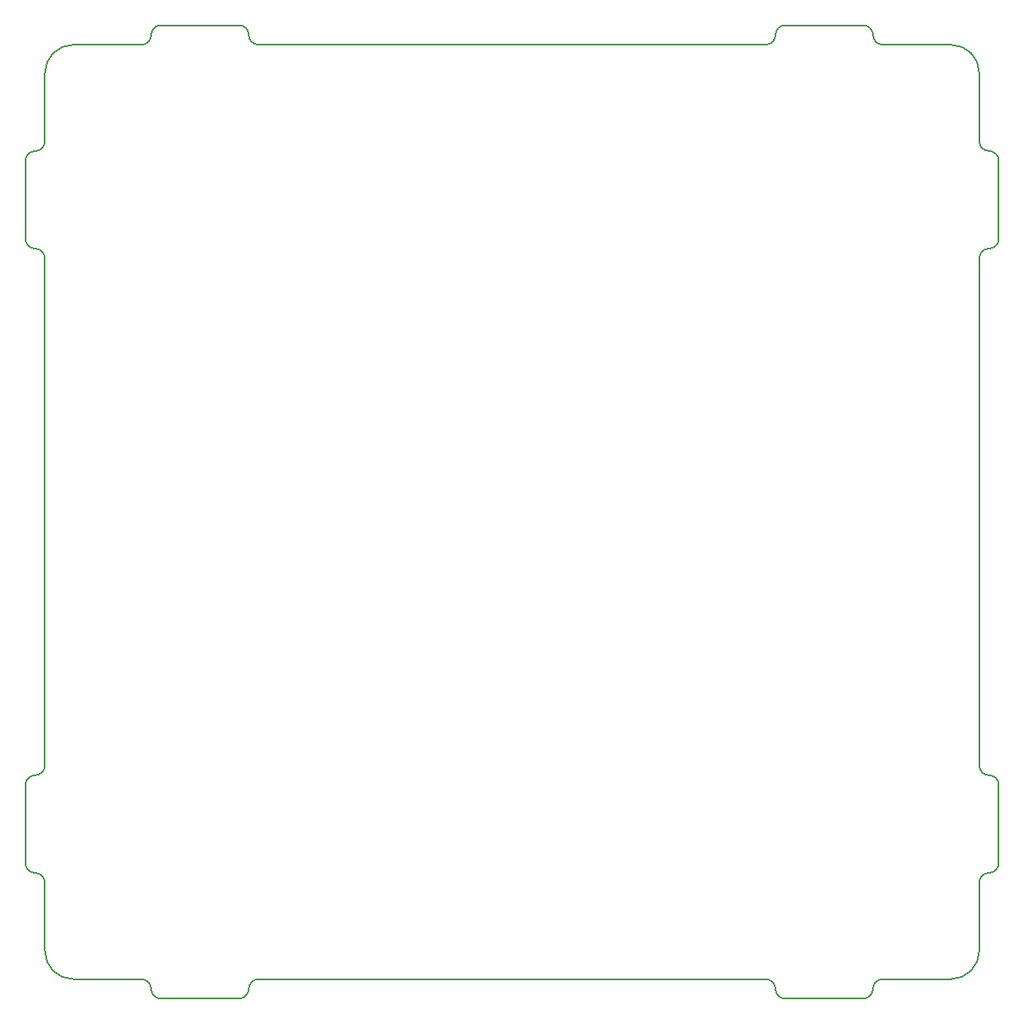
<source format=gbr>
%TF.GenerationSoftware,KiCad,Pcbnew,8.0.6-8.0.6-0~ubuntu24.04.1*%
%TF.CreationDate,2024-10-27T19:43:51+03:00*%
%TF.ProjectId,PM-Keybard,504d2d4b-6579-4626-9172-642e6b696361,rev?*%
%TF.SameCoordinates,Original*%
%TF.FileFunction,Profile,NP*%
%FSLAX46Y46*%
G04 Gerber Fmt 4.6, Leading zero omitted, Abs format (unit mm)*
G04 Created by KiCad (PCBNEW 8.0.6-8.0.6-0~ubuntu24.04.1) date 2024-10-27 19:43:51*
%MOMM*%
%LPD*%
G01*
G04 APERTURE LIST*
%TA.AperFunction,Profile*%
%ADD10C,0.200000*%
%TD*%
G04 APERTURE END LIST*
D10*
X-47900000Y-38000000D02*
X-47899999Y-45000000D01*
X-47900000Y-26000000D02*
G75*
G02*
X-48900000Y-27000000I-999999J-1D01*
G01*
X-49900000Y-28000000D02*
G75*
G02*
X-48900000Y-27000000I999999J1D01*
G01*
X-49900000Y-28000000D02*
X-49900000Y-36000000D01*
X-48900000Y-37000000D02*
G75*
G02*
X-47900000Y-38000000I1J-999999D01*
G01*
X-48900000Y-37000000D02*
G75*
G02*
X-49900000Y-36000000I-1J999999D01*
G01*
X-47899999Y45000000D02*
X-47900000Y38000000D01*
X-47900000Y38000000D02*
G75*
G02*
X-48900000Y37000000I-1000000J0D01*
G01*
X-48900000Y27000000D02*
G75*
G02*
X-47900000Y26000000I0J-1000000D01*
G01*
X-49900000Y36000000D02*
G75*
G02*
X-48900000Y37000000I1000000J0D01*
G01*
X-48900000Y27000000D02*
G75*
G02*
X-49900000Y28000000I0J1000000D01*
G01*
X-49900000Y36000000D02*
X-49900000Y28000000D01*
X-27000000Y-48900000D02*
G75*
G02*
X-26000000Y-47900000I999999J1D01*
G01*
X47900000Y-38000000D02*
G75*
G02*
X48900000Y-37000000I1000000J0D01*
G01*
X-28000000Y-49900000D02*
X-36000000Y-49900000D01*
X47900000Y45000000D02*
X47900000Y38000000D01*
X-36000000Y49900000D02*
X-28000000Y49900000D01*
X26000000Y-47900000D02*
G75*
G02*
X27000000Y-48900000I0J-1000000D01*
G01*
X-44999999Y-47900000D02*
G75*
G02*
X-47899999Y-45000000I-1J2899999D01*
G01*
X49900000Y36000000D02*
X49900000Y28000000D01*
X49900000Y-28000000D02*
X49900000Y-36000000D01*
X-44999999Y47900000D02*
X-38000000Y47900000D01*
X27000000Y48900000D02*
G75*
G02*
X28000000Y49900000I1000000J0D01*
G01*
X-38000000Y-47900000D02*
G75*
G02*
X-37000000Y-48900000I1J-999999D01*
G01*
X-47900000Y26000000D02*
X-47900000Y-26000000D01*
X49900000Y28000000D02*
G75*
G02*
X48900000Y27000000I-1000000J0D01*
G01*
X45000000Y47900000D02*
G75*
G02*
X47900000Y45000000I0J-2900000D01*
G01*
X48900000Y37000000D02*
G75*
G02*
X49900000Y36000000I0J-1000000D01*
G01*
X-37000000Y48900000D02*
G75*
G02*
X-38000000Y47900000I-999999J-1D01*
G01*
X38000000Y47900000D02*
X45000000Y47900000D01*
X37000000Y-48900000D02*
G75*
G02*
X36000000Y-49900000I-1000000J0D01*
G01*
X37000000Y-48900000D02*
G75*
G02*
X38000000Y-47900000I1000000J0D01*
G01*
X38000000Y47900000D02*
G75*
G02*
X37000000Y48900000I0J1000000D01*
G01*
X-27000000Y-48900000D02*
G75*
G02*
X-28000000Y-49900000I-999999J-1D01*
G01*
X27000000Y48900000D02*
G75*
G02*
X26000000Y47900000I-1000000J0D01*
G01*
X48900000Y-27000000D02*
G75*
G02*
X47900000Y-26000000I0J1000000D01*
G01*
X-38000000Y-47900000D02*
X-44999999Y-47900000D01*
X48900000Y37000000D02*
G75*
G02*
X47900000Y38000000I0J1000000D01*
G01*
X-26000000Y-47900000D02*
X26000000Y-47900000D01*
X47900000Y26000000D02*
G75*
G02*
X48900000Y27000000I1000000J0D01*
G01*
X45000000Y-47900000D02*
X38000000Y-47900000D01*
X-36000000Y-49900000D02*
G75*
G02*
X-37000000Y-48900000I-1J999999D01*
G01*
X49900000Y-36000000D02*
G75*
G02*
X48900000Y-37000000I-1000000J0D01*
G01*
X47900000Y-45000000D02*
G75*
G02*
X45000000Y-47900000I-2900000J0D01*
G01*
X26000000Y47900000D02*
X-26000000Y47900000D01*
X-28000000Y49900000D02*
G75*
G02*
X-27000000Y48900000I1J-999999D01*
G01*
X28000000Y-49900000D02*
G75*
G02*
X27000000Y-48900000I0J1000000D01*
G01*
X47900000Y-38000000D02*
X47900000Y-45000000D01*
X-26000000Y47900000D02*
G75*
G02*
X-27000000Y48900000I-1J999999D01*
G01*
X36000000Y-49900000D02*
X28000000Y-49900000D01*
X47900000Y-26000000D02*
X47900000Y26000000D01*
X-37000000Y48900000D02*
G75*
G02*
X-36000000Y49900000I999999J1D01*
G01*
X48900000Y-27000000D02*
G75*
G02*
X49900000Y-28000000I0J-1000000D01*
G01*
X36000000Y49900000D02*
G75*
G02*
X37000000Y48900000I0J-1000000D01*
G01*
X28000000Y49900000D02*
X36000000Y49900000D01*
X-47899999Y45000000D02*
G75*
G02*
X-44999999Y47900000I2899999J1D01*
G01*
M02*

</source>
